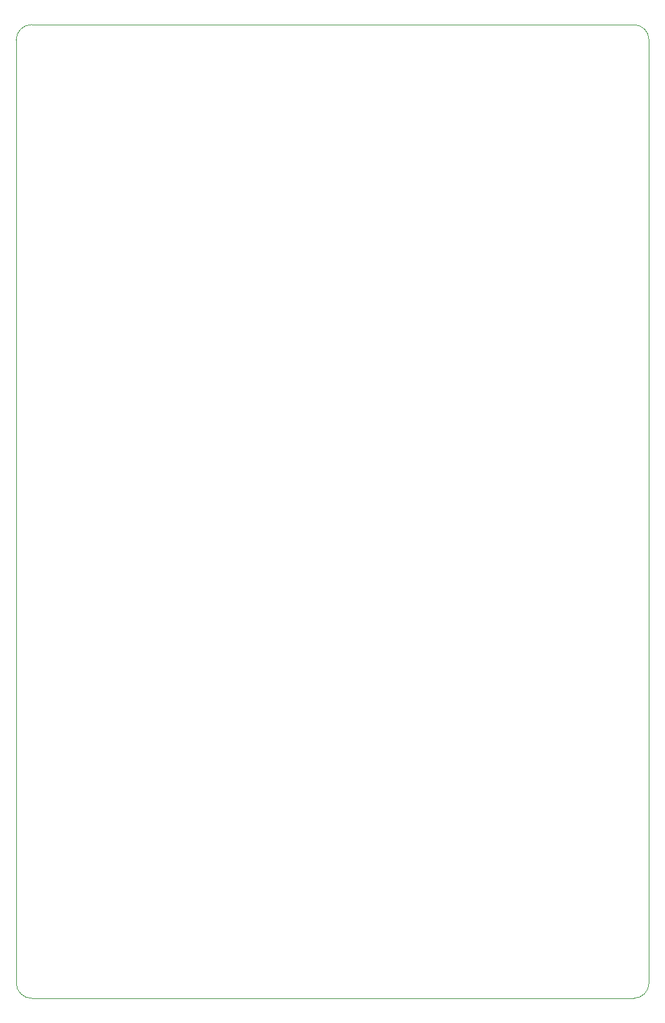
<source format=gm1>
G04 #@! TF.GenerationSoftware,KiCad,Pcbnew,8.0.8-2.fc41*
G04 #@! TF.CreationDate,2025-02-25T20:52:39+00:00*
G04 #@! TF.ProjectId,Power_supply,506f7765-725f-4737-9570-706c792e6b69,rev?*
G04 #@! TF.SameCoordinates,Original*
G04 #@! TF.FileFunction,Profile,NP*
%FSLAX46Y46*%
G04 Gerber Fmt 4.6, Leading zero omitted, Abs format (unit mm)*
G04 Created by KiCad (PCBNEW 8.0.8-2.fc41) date 2025-02-25 20:52:39*
%MOMM*%
%LPD*%
G01*
G04 APERTURE LIST*
G04 #@! TA.AperFunction,Profile*
%ADD10C,0.100000*%
G04 #@! TD*
G04 APERTURE END LIST*
D10*
X184000000Y-163000000D02*
X105500000Y-163000000D01*
X103500000Y-38000000D02*
G75*
G02*
X105500000Y-36000000I2000000J0D01*
G01*
X186000000Y-38000000D02*
X186000000Y-161000000D01*
X103500000Y-161000000D02*
X103500000Y-38000000D01*
X184000000Y-36000000D02*
G75*
G02*
X186000000Y-38000000I0J-2000000D01*
G01*
X186000000Y-161000000D02*
G75*
G02*
X184000000Y-163000000I-2000000J0D01*
G01*
X105500000Y-163000000D02*
G75*
G02*
X103500000Y-161000000I0J2000000D01*
G01*
X105500000Y-36000000D02*
X184000000Y-36000000D01*
M02*

</source>
